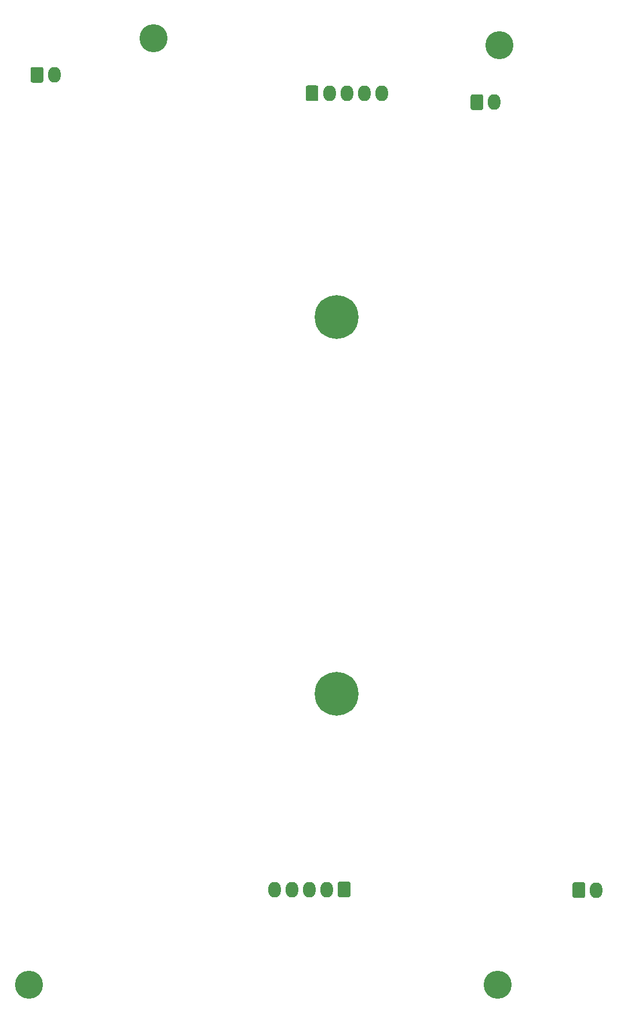
<source format=gbr>
%TF.GenerationSoftware,KiCad,Pcbnew,(5.1.6)-1*%
%TF.CreationDate,2020-08-16T12:36:38+01:00*%
%TF.ProjectId,KiKadAmigaMeanwell,4b694b61-6441-46d6-9967-614d65616e77,1.00*%
%TF.SameCoordinates,Original*%
%TF.FileFunction,Soldermask,Top*%
%TF.FilePolarity,Negative*%
%FSLAX46Y46*%
G04 Gerber Fmt 4.6, Leading zero omitted, Abs format (unit mm)*
G04 Created by KiCad (PCBNEW (5.1.6)-1) date 2020-08-16 12:36:38*
%MOMM*%
%LPD*%
G01*
G04 APERTURE LIST*
%ADD10O,1.840000X2.290000*%
%ADD11C,6.400000*%
%ADD12C,4.100000*%
G04 APERTURE END LIST*
D10*
%TO.C,5VFan2*%
X144040000Y-46600000D03*
G36*
G01*
X140580000Y-47480633D02*
X140580000Y-45719367D01*
G75*
G02*
X140844367Y-45455000I264367J0D01*
G01*
X142155633Y-45455000D01*
G75*
G02*
X142420000Y-45719367I0J-264367D01*
G01*
X142420000Y-47480633D01*
G75*
G02*
X142155633Y-47745000I-264367J0D01*
G01*
X140844367Y-47745000D01*
G75*
G02*
X140580000Y-47480633I0J264367D01*
G01*
G37*
%TD*%
%TO.C,FromMeanwell1*%
X111940000Y-161600000D03*
X114480000Y-161600000D03*
X117020000Y-161600000D03*
X119560000Y-161600000D03*
G36*
G01*
X123020000Y-160719367D02*
X123020000Y-162480633D01*
G75*
G02*
X122755633Y-162745000I-264367J0D01*
G01*
X121444367Y-162745000D01*
G75*
G02*
X121180000Y-162480633I0J264367D01*
G01*
X121180000Y-160719367D01*
G75*
G02*
X121444367Y-160455000I264367J0D01*
G01*
X122755633Y-160455000D01*
G75*
G02*
X123020000Y-160719367I0J-264367D01*
G01*
G37*
%TD*%
%TO.C,ToAmiga1*%
X127560000Y-45300000D03*
X125020000Y-45300000D03*
X122480000Y-45300000D03*
X119940000Y-45300000D03*
G36*
G01*
X116480000Y-46180633D02*
X116480000Y-44419367D01*
G75*
G02*
X116744367Y-44155000I264367J0D01*
G01*
X118055633Y-44155000D01*
G75*
G02*
X118320000Y-44419367I0J-264367D01*
G01*
X118320000Y-46180633D01*
G75*
G02*
X118055633Y-46445000I-264367J0D01*
G01*
X116744367Y-46445000D01*
G75*
G02*
X116480000Y-46180633I0J264367D01*
G01*
G37*
%TD*%
%TO.C,5VFan1*%
X158940000Y-161700000D03*
G36*
G01*
X155480000Y-162580633D02*
X155480000Y-160819367D01*
G75*
G02*
X155744367Y-160555000I264367J0D01*
G01*
X157055633Y-160555000D01*
G75*
G02*
X157320000Y-160819367I0J-264367D01*
G01*
X157320000Y-162580633D01*
G75*
G02*
X157055633Y-162845000I-264367J0D01*
G01*
X155744367Y-162845000D01*
G75*
G02*
X155480000Y-162580633I0J264367D01*
G01*
G37*
%TD*%
%TO.C,12VFan1*%
X79740000Y-42600000D03*
G36*
G01*
X76280000Y-43480633D02*
X76280000Y-41719367D01*
G75*
G02*
X76544367Y-41455000I264367J0D01*
G01*
X77855633Y-41455000D01*
G75*
G02*
X78120000Y-41719367I0J-264367D01*
G01*
X78120000Y-43480633D01*
G75*
G02*
X77855633Y-43745000I-264367J0D01*
G01*
X76544367Y-43745000D01*
G75*
G02*
X76280000Y-43480633I0J264367D01*
G01*
G37*
%TD*%
D11*
%TO.C,Meanwell RT-50B*%
X121000000Y-78000000D03*
X121000000Y-133000000D03*
%TD*%
D12*
%TO.C,Screw*%
X94250000Y-37250000D03*
%TD*%
%TO.C,Screw*%
X144750000Y-38250000D03*
%TD*%
%TO.C,Screw*%
X144500000Y-175500000D03*
%TD*%
%TO.C,Screw*%
X76000000Y-175500000D03*
%TD*%
M02*

</source>
